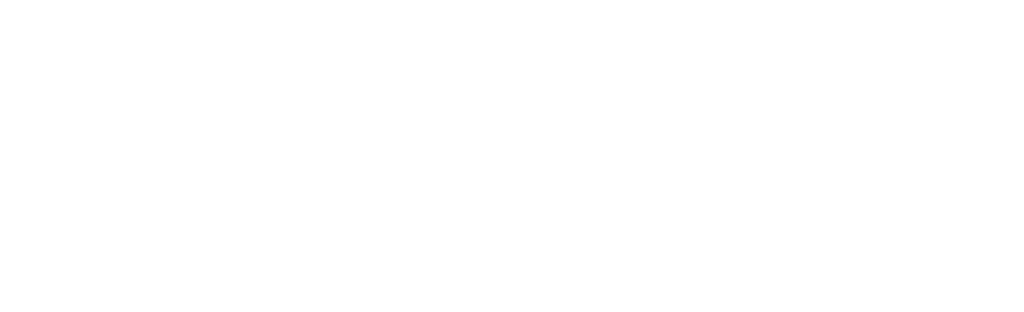
<source format=kicad_pcb>
(kicad_pcb (version 20240108) (generator pcbnew)
  (layers (0 "F.Cu" signal) (31 "B.Cu" signal) (34 "B.Paste" user) (35 "F.Paste" user) (36 "B.SilkS" user "B.Silkscreen") (37 "F.SilkS" user "F.Silkscreen") (38 "B.Mask" user) (39 "F.Mask" user) (44 "Edge.Cuts" user))
  (net 0 "")
  (footprint "MountingHole_5.3mm_M5_ISO7380" (layer "F.Cu") (at 0 0)
    (property "Reference" "REF**")
    (property "Value" "MountingHole_5.3mm_M5_ISO7380")
    (pad "" np_thru_hole circle (at 0 0) (size 5.3 5.3) (drill 5.3) (layers *.Cu *.Mask))
  )
)
</source>
